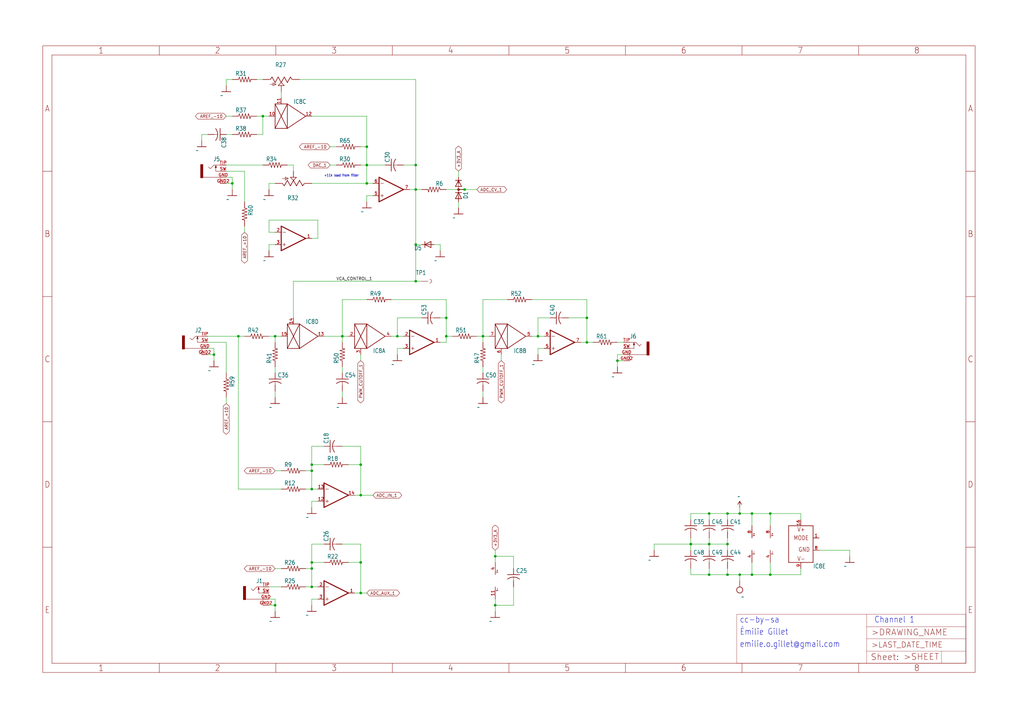
<source format=kicad_sch>
(kicad_sch (version 20211123) (generator eeschema)
  (paper "User" 425.45 299.161)
  (lib_symbols
    (symbol "streams_v05-eagle-import:A3L-LOC"
      (symbol "A3L-LOC_0_0"
        (text "1" (at 24.2094 1.905 0) (effects (font (size 2.54 2.286))))
        (text "1" (at 24.2094 258.445 0) (effects (font (size 2.54 2.286))))
        (text "2" (at 72.6281 1.905 0) (effects (font (size 2.54 2.286))))
        (text "2" (at 72.6281 258.445 0) (effects (font (size 2.54 2.286))))
        (text "3" (at 121.0469 1.905 0) (effects (font (size 2.54 2.286))))
        (text "3" (at 121.0469 258.445 0) (effects (font (size 2.54 2.286))))
        (text "4" (at 169.4656 1.905 0) (effects (font (size 2.54 2.286))))
        (text "4" (at 169.4656 258.445 0) (effects (font (size 2.54 2.286))))
        (text "5" (at 217.8844 1.905 0) (effects (font (size 2.54 2.286))))
        (text "5" (at 217.8844 258.445 0) (effects (font (size 2.54 2.286))))
        (text "6" (at 266.3031 1.905 0) (effects (font (size 2.54 2.286))))
        (text "6" (at 266.3031 258.445 0) (effects (font (size 2.54 2.286))))
        (text "7" (at 314.7219 1.905 0) (effects (font (size 2.54 2.286))))
        (text "7" (at 314.7219 258.445 0) (effects (font (size 2.54 2.286))))
        (text "8" (at 363.1406 1.905 0) (effects (font (size 2.54 2.286))))
        (text "8" (at 363.1406 258.445 0) (effects (font (size 2.54 2.286))))
        (text "A" (at 1.905 234.315 0) (effects (font (size 2.54 2.286))))
        (text "A" (at 385.445 234.315 0) (effects (font (size 2.54 2.286))))
        (text "B" (at 1.905 182.245 0) (effects (font (size 2.54 2.286))))
        (text "B" (at 385.445 182.245 0) (effects (font (size 2.54 2.286))))
        (text "C" (at 1.905 130.175 0) (effects (font (size 2.54 2.286))))
        (text "C" (at 385.445 130.175 0) (effects (font (size 2.54 2.286))))
        (text "D" (at 1.905 78.105 0) (effects (font (size 2.54 2.286))))
        (text "D" (at 385.445 78.105 0) (effects (font (size 2.54 2.286))))
        (text "E" (at 1.905 26.035 0) (effects (font (size 2.54 2.286))))
        (text "E" (at 385.445 26.035 0) (effects (font (size 2.54 2.286))))
      )
      (symbol "A3L-LOC_1_0"
        (text ">DRAWING_NAME" (at 344.17 15.24 0) (effects (font (size 2.54 2.54)) (justify left bottom)))
        (text ">LAST_DATE_TIME" (at 344.17 10.16 0) (effects (font (size 2.286 2.286)) (justify left bottom)))
        (text ">SHEET" (at 357.505 5.08 0) (effects (font (size 2.54 2.54)) (justify left bottom)))
        (text "Sheet:" (at 343.916 4.953 0) (effects (font (size 2.54 2.54)) (justify left bottom)))
      )
    )
    (symbol "streams_v05-eagle-import:C-USC0603"
      (property "Reference" "C" (at 1.016 0.635 0))
      (property "Value" "C-USC0603" (at 1.016 -4.191 0))
      (symbol "C-USC0603_1_0"
        (pin passive line (at 0 2.54 270) (length 2.54) (name "1") (number "1"))
        (pin passive line (at 0 -5.08 90) (length 2.54) (name "2") (number "2"))
      )
    )
    (symbol "streams_v05-eagle-import:DIODE-SOD323-W"
      (property "Reference" "D" (at 2.54 0.4826 0))
      (property "Value" "DIODE-SOD323-W" (at 2.54 -2.3114 0))
      (symbol "DIODE-SOD323-W_1_0"
        (pin passive line (at -2.54 0 0) (length 2.54) (name "A") (number "A"))
        (pin passive line (at 2.54 0 180) (length 2.54) (name "C") (number "C"))
      )
    )
    (symbol "streams_v05-eagle-import:DIODE_2CACA-SOT23"
      (property "Reference" "D" (at 0.762 2.0066 0))
      (property "Value" "DIODE_2CACA-SOT23" (at -4.826 -3.4544 0))
      (symbol "DIODE_2CACA-SOT23_1_0"
        (pin passive line (at 5.08 0 180) (length 2.54) (name "A") (number "1"))
        (pin passive line (at -5.08 0 0) (length 2.54) (name "C") (number "2"))
        (pin passive line (at 0 2.54 270) (length 2.54) (name "AC") (number "3"))
      )
    )
    (symbol "streams_v05-eagle-import:GND" (power)
      (property "Value" "GND" (at -2.54 -2.54 0))
      (symbol "GND_1_0"
        (pin power_in line (at 0 2.54 270) (length 2.54) (name "GND") (number "1"))
      )
    )
    (symbol "streams_v05-eagle-import:PJ301WQP"
      (property "Reference" "J" (at -2.54 4.064 0))
      (symbol "PJ301WQP_1_0"
        (pin passive line (at -5.08 -2.54 0) (length 2.54) (name "1") (number "GND"))
        (pin passive line (at -5.08 -5.08 0) (length 2.54) (name "4") (number "GND2"))
        (pin passive line (at -5.08 0 0) (length 2.54) (name "3") (number "SW"))
        (pin passive line (at -5.08 2.54 0) (length 2.54) (name "2") (number "TIP"))
      )
    )
    (symbol "streams_v05-eagle-import:POT_USVERTICAL"
      (property "Reference" "R" (at -5.08 -2.54 90))
      (property "Value" "POT_USVERTICAL" (at -2.54 -2.54 90))
      (symbol "POT_USVERTICAL_1_0"
        (pin passive line (at 0 7.62 270) (length 2.54) (name "E") (number "P$1"))
        (pin passive line (at 5.08 0 180) (length 2.54) (name "S") (number "P$2"))
        (pin passive line (at 0 -7.62 90) (length 2.54) (name "A") (number "P$3"))
      )
    )
    (symbol "streams_v05-eagle-import:POT_USVERTICAL_PS"
      (property "Reference" "R" (at -5.08 -2.54 90))
      (property "Value" "POT_USVERTICAL_PS" (at -2.54 -2.54 90))
      (symbol "POT_USVERTICAL_PS_1_0"
        (pin passive line (at 0 7.62 270) (length 2.54) (name "E") (number "P$1"))
        (pin passive line (at 5.08 0 180) (length 2.54) (name "S") (number "P$2"))
        (pin passive line (at 0 -7.62 90) (length 2.54) (name "A") (number "P$3"))
      )
    )
    (symbol "streams_v05-eagle-import:R-US_R0603"
      (property "Reference" "R" (at -3.81 1.4986 0))
      (property "Value" "R-US_R0603" (at -3.81 -3.302 0))
      (symbol "R-US_R0603_1_0"
        (pin passive line (at -5.08 0 0) (length 2.54) (name "1") (number "1"))
        (pin passive line (at 5.08 0 180) (length 2.54) (name "2") (number "2"))
      )
    )
    (symbol "streams_v05-eagle-import:SSM2164S"
      (property "Reference" "IC" (at 5.08 -12.7 0))
      (property "Value" "SSM2164S" (at 5.08 -15.24 0))
      (symbol "SSM2164S_1_0"
        (pin input line (at -5.08 0 0) (length 2.54) (name "IN") (number "2"))
        (pin input line (at 0 7.62 270) (length 2.54) (name "CTRL") (number "3"))
        (pin output line (at 12.7 0 180) (length 2.54) (name "OUT") (number "4"))
      )
      (symbol "SSM2164S_2_0"
        (pin output line (at 12.7 0 180) (length 2.54) (name "OUT") (number "5"))
        (pin input line (at 0 7.62 270) (length 2.54) (name "CTRL") (number "6"))
        (pin input line (at -5.08 0 0) (length 2.54) (name "IN") (number "7"))
      )
      (symbol "SSM2164S_3_0"
        (pin input line (at -5.08 0 0) (length 2.54) (name "IN") (number "10"))
        (pin input line (at 0 7.62 270) (length 2.54) (name "CTRL") (number "11"))
        (pin output line (at 12.7 0 180) (length 2.54) (name "OUT") (number "12"))
      )
      (symbol "SSM2164S_4_0"
        (pin output line (at 12.7 0 180) (length 2.54) (name "OUT") (number "13"))
        (pin input line (at 0 7.62 270) (length 2.54) (name "CTRL") (number "14"))
        (pin input line (at -5.08 0 0) (length 2.54) (name "IN") (number "15"))
      )
      (symbol "SSM2164S_5_0"
        (text "GND" (at -1.016 -5.842 0) (effects (font (size 1.778 1.5113)) (justify left bottom)))
        (text "MODE" (at -3.048 -1.016 0) (effects (font (size 1.778 1.5113)) (justify left bottom)))
        (text "V+" (at -1.524 2.54 0) (effects (font (size 1.778 1.5113)) (justify left bottom)))
        (text "V-" (at -1.524 -9.652 0) (effects (font (size 1.778 1.5113)) (justify left bottom)))
        (pin input line (at 7.62 0 180) (length 2.54) (name "MODE") (number "1"))
        (pin power_in line (at 0 7.62 270) (length 2.54) (name "V+") (number "16"))
        (pin power_in line (at 7.62 -5.08 180) (length 2.54) (name "GND") (number "8"))
        (pin power_in line (at 0 -12.7 90) (length 2.54) (name "V-") (number "9"))
      )
    )
    (symbol "streams_v05-eagle-import:TEST-POINT3X5"
      (property "Reference" "TP" (at -2.54 2.54 0))
      (property "Value" "TEST-POINT3X5" (at -2.54 -2.54 0))
      (symbol "TEST-POINT3X5_1_0"
        (pin bidirectional line (at 0 0 180) (length 0) (name "1") (number "P$1"))
      )
    )
    (symbol "streams_v05-eagle-import:TL072D"
      (symbol "TL072D_1_0"
        (pin output line (at 7.62 0 180) (length 2.54) (name "OUT") (number "1"))
        (pin input line (at -7.62 -2.54 0) (length 2.54) (name "-IN") (number "2"))
        (pin input line (at -7.62 2.54 0) (length 2.54) (name "+IN") (number "3"))
      )
      (symbol "TL072D_2_0"
        (pin input line (at -7.62 2.54 0) (length 2.54) (name "+IN") (number "5"))
        (pin input line (at -7.62 -2.54 0) (length 2.54) (name "-IN") (number "6"))
        (pin output line (at 7.62 0 180) (length 2.54) (name "OUT") (number "7"))
      )
      (symbol "TL072D_3_0"
        (text "V+" (at 1.27 3.175 900) (effects (font (size 0.8128 0.6908)) (justify left bottom)))
        (text "V-" (at 1.27 -4.445 900) (effects (font (size 0.8128 0.6908)) (justify left bottom)))
        (pin power_in line (at 0 -7.62 90) (length 5.08) (name "V-") (number "4"))
        (pin power_in line (at 0 7.62 270) (length 5.08) (name "V+") (number "8"))
      )
    )
    (symbol "streams_v05-eagle-import:TL074D"
      (symbol "TL074D_1_0"
        (pin output line (at 7.62 0 180) (length 2.54) (name "OUT") (number "1"))
        (pin input line (at -7.62 -2.54 0) (length 2.54) (name "-IN") (number "2"))
        (pin input line (at -7.62 2.54 0) (length 2.54) (name "+IN") (number "3"))
      )
      (symbol "TL074D_2_0"
        (pin input line (at -7.62 2.54 0) (length 2.54) (name "+IN") (number "5"))
        (pin input line (at -7.62 -2.54 0) (length 2.54) (name "-IN") (number "6"))
        (pin output line (at 7.62 0 180) (length 2.54) (name "OUT") (number "7"))
      )
      (symbol "TL074D_3_0"
        (pin input line (at -7.62 2.54 0) (length 2.54) (name "+IN") (number "10"))
        (pin output line (at 7.62 0 180) (length 2.54) (name "OUT") (number "8"))
        (pin input line (at -7.62 -2.54 0) (length 2.54) (name "-IN") (number "9"))
      )
      (symbol "TL074D_4_0"
        (pin input line (at -7.62 2.54 0) (length 2.54) (name "+IN") (number "12"))
        (pin input line (at -7.62 -2.54 0) (length 2.54) (name "-IN") (number "13"))
        (pin output line (at 7.62 0 180) (length 2.54) (name "OUT") (number "14"))
      )
      (symbol "TL074D_5_0"
        (text "V+" (at 1.27 3.175 900) (effects (font (size 0.8128 0.6908)) (justify left bottom)))
        (text "V-" (at 1.27 -4.445 900) (effects (font (size 0.8128 0.6908)) (justify left bottom)))
        (pin power_in line (at 0 -7.62 90) (length 5.08) (name "V-") (number "11"))
        (pin power_in line (at 0 7.62 270) (length 5.08) (name "V+") (number "4"))
      )
    )
    (symbol "streams_v05-eagle-import:VCC" (power)
      (property "Value" "VCC" (at -1.016 3.556 0))
      (symbol "VCC_1_0"
        (pin power_in line (at 0 0 90) (length 2.54) (name "VCC") (number "1"))
      )
    )
    (symbol "streams_v05-eagle-import:VEE" (power)
      (property "Value" "VEE" (at -1.905 3.175 0))
      (symbol "VEE_1_0"
        (pin power_in line (at 0 -2.54 90) (length 2.54) (name "VEE") (number "1"))
      )
    )
  )
  (junction (at 129.54 193.04))
  (junction (at 312.42 213.36))
  (junction (at 294.64 226.06))
  (junction (at 287.02 226.06))
  (junction (at 256.54 149.86))
  (junction (at 172.72 101.6))
  (junction (at 129.54 243.84))
  (junction (at 320.04 213.36))
  (junction (at 243.84 142.24))
  (junction (at 302.26 226.06))
  (junction (at 307.34 213.36))
  (junction (at 99.06 139.7))
  (junction (at 193.04 78.74))
  (junction (at 307.34 238.76))
  (junction (at 172.72 68.58))
  (junction (at 88.9 147.32))
  (junction (at 129.54 195.58))
  (junction (at 205.74 251.46))
  (junction (at 129.54 203.2))
  (junction (at 152.4 68.58))
  (junction (at 152.4 60.96))
  (junction (at 129.54 236.22))
  (junction (at 165.1 139.7))
  (junction (at 172.72 78.74))
  (junction (at 152.4 76.2))
  (junction (at 320.04 238.76))
  (junction (at 302.26 238.76))
  (junction (at 205.74 231.14))
  (junction (at 294.64 238.76))
  (junction (at 114.3 251.46))
  (junction (at 109.22 48.26))
  (junction (at 172.72 116.84))
  (junction (at 129.54 233.68))
  (junction (at 96.52 76.2))
  (junction (at 142.24 139.7))
  (junction (at 312.42 238.76))
  (junction (at 185.42 132.08))
  (junction (at 185.42 139.7))
  (junction (at 149.86 205.74))
  (junction (at 200.66 139.7))
  (junction (at 149.86 246.38))
  (junction (at 149.86 233.68))
  (junction (at 294.64 213.36))
  (junction (at 114.3 139.7))
  (junction (at 149.86 193.04))
  (junction (at 223.52 139.7))
  (junction (at 243.84 132.08))
  (junction (at 302.26 213.36))
  (wire (pts (xy 149.86 246.38) (xy 152.4 246.38)))
  (wire (pts (xy 165.1 139.7) (xy 165.1 132.08)))
  (wire (pts (xy 243.84 124.46) (xy 243.84 132.08)))
  (wire (pts (xy 129.54 203.2) (xy 132.08 203.2)))
  (wire (pts (xy 200.66 142.24) (xy 200.66 139.7)))
  (wire (pts (xy 93.98 73.66) (xy 96.52 73.66)))
  (wire (pts (xy 165.1 132.08) (xy 175.26 132.08)))
  (wire (pts (xy 129.54 48.26) (xy 152.4 48.26)))
  (wire (pts (xy 93.98 76.2) (xy 96.52 76.2)))
  (wire (pts (xy 152.4 81.28) (xy 152.4 83.82)))
  (wire (pts (xy 83.82 55.88) (xy 83.82 58.42)))
  (wire (pts (xy 256.54 142.24) (xy 259.08 142.24)))
  (wire (pts (xy 332.74 213.36) (xy 332.74 215.9)))
  (wire (pts (xy 88.9 144.78) (xy 88.9 147.32)))
  (wire (pts (xy 86.36 139.7) (xy 99.06 139.7)))
  (wire (pts (xy 149.86 226.06) (xy 149.86 233.68)))
  (wire (pts (xy 86.36 144.78) (xy 88.9 144.78)))
  (wire (pts (xy 307.34 241.3) (xy 307.34 238.76)))
  (wire (pts (xy 200.66 154.94) (xy 200.66 152.4)))
  (wire (pts (xy 241.3 142.24) (xy 243.84 142.24)))
  (wire (pts (xy 210.82 124.46) (xy 200.66 124.46)))
  (wire (pts (xy 96.52 76.2) (xy 96.52 78.74)))
  (wire (pts (xy 149.86 205.74) (xy 147.32 205.74)))
  (wire (pts (xy 256.54 149.86) (xy 256.54 152.4)))
  (wire (pts (xy 93.98 142.24) (xy 93.98 154.94)))
  (wire (pts (xy 172.72 101.6) (xy 175.26 101.6)))
  (wire (pts (xy 223.52 144.78) (xy 223.52 147.32)))
  (wire (pts (xy 149.86 233.68) (xy 149.86 246.38)))
  (wire (pts (xy 172.72 78.74) (xy 172.72 101.6)))
  (wire (pts (xy 111.76 248.92) (xy 114.3 248.92)))
  (wire (pts (xy 129.54 243.84) (xy 129.54 236.22)))
  (wire (pts (xy 302.26 236.22) (xy 302.26 238.76)))
  (wire (pts (xy 101.6 93.98) (xy 101.6 96.52)))
  (wire (pts (xy 111.76 101.6) (xy 111.76 104.14)))
  (wire (pts (xy 205.74 231.14) (xy 213.36 231.14)))
  (wire (pts (xy 129.54 243.84) (xy 132.08 243.84)))
  (wire (pts (xy 116.84 236.22) (xy 114.3 236.22)))
  (wire (pts (xy 154.94 81.28) (xy 152.4 81.28)))
  (wire (pts (xy 320.04 218.44) (xy 320.04 213.36)))
  (wire (pts (xy 185.42 142.24) (xy 182.88 142.24)))
  (wire (pts (xy 193.04 78.74) (xy 198.12 78.74)))
  (wire (pts (xy 287.02 226.06) (xy 271.78 226.06)))
  (wire (pts (xy 109.22 48.26) (xy 106.68 48.26)))
  (wire (pts (xy 205.74 254) (xy 205.74 251.46)))
  (wire (pts (xy 96.52 73.66) (xy 96.52 76.2)))
  (wire (pts (xy 167.64 144.78) (xy 165.1 144.78)))
  (wire (pts (xy 129.54 76.2) (xy 152.4 76.2)))
  (wire (pts (xy 312.42 233.68) (xy 312.42 238.76)))
  (wire (pts (xy 93.98 167.64) (xy 93.98 165.1)))
  (wire (pts (xy 243.84 142.24) (xy 246.38 142.24)))
  (wire (pts (xy 129.54 226.06) (xy 129.54 233.68)))
  (wire (pts (xy 259.08 149.86) (xy 256.54 149.86)))
  (wire (pts (xy 200.66 124.46) (xy 200.66 139.7)))
  (wire (pts (xy 220.98 139.7) (xy 223.52 139.7)))
  (wire (pts (xy 185.42 132.08) (xy 185.42 139.7)))
  (wire (pts (xy 332.74 236.22) (xy 332.74 238.76)))
  (wire (pts (xy 127 243.84) (xy 129.54 243.84)))
  (wire (pts (xy 129.54 185.42) (xy 129.54 193.04)))
  (wire (pts (xy 149.86 147.32) (xy 149.86 149.86)))
  (wire (pts (xy 256.54 147.32) (xy 256.54 149.86)))
  (wire (pts (xy 132.08 208.28) (xy 129.54 208.28)))
  (wire (pts (xy 109.22 68.58) (xy 93.98 68.58)))
  (wire (pts (xy 243.84 132.08) (xy 243.84 142.24)))
  (wire (pts (xy 142.24 226.06) (xy 149.86 226.06)))
  (wire (pts (xy 307.34 210.82) (xy 307.34 213.36)))
  (wire (pts (xy 307.34 238.76) (xy 312.42 238.76)))
  (wire (pts (xy 114.3 142.24) (xy 114.3 139.7)))
  (wire (pts (xy 220.98 124.46) (xy 243.84 124.46)))
  (wire (pts (xy 93.98 55.88) (xy 96.52 55.88)))
  (wire (pts (xy 86.36 147.32) (xy 88.9 147.32)))
  (wire (pts (xy 121.92 116.84) (xy 121.92 132.08)))
  (wire (pts (xy 205.74 233.68) (xy 205.74 231.14)))
  (wire (pts (xy 213.36 251.46) (xy 205.74 251.46)))
  (wire (pts (xy 142.24 154.94) (xy 142.24 152.4)))
  (wire (pts (xy 114.3 162.56) (xy 114.3 165.1)))
  (wire (pts (xy 111.76 101.6) (xy 114.3 101.6)))
  (wire (pts (xy 116.84 195.58) (xy 114.3 195.58)))
  (wire (pts (xy 106.68 55.88) (xy 109.22 55.88)))
  (wire (pts (xy 302.26 226.06) (xy 302.26 228.6)))
  (wire (pts (xy 152.4 76.2) (xy 152.4 68.58)))
  (wire (pts (xy 116.84 38.1) (xy 116.84 40.64)))
  (wire (pts (xy 86.36 55.88) (xy 83.82 55.88)))
  (wire (pts (xy 294.64 236.22) (xy 294.64 238.76)))
  (wire (pts (xy 187.96 139.7) (xy 185.42 139.7)))
  (wire (pts (xy 129.54 195.58) (xy 129.54 193.04)))
  (wire (pts (xy 134.62 226.06) (xy 129.54 226.06)))
  (wire (pts (xy 149.86 60.96) (xy 152.4 60.96)))
  (wire (pts (xy 101.6 71.12) (xy 101.6 83.82)))
  (wire (pts (xy 165.1 144.78) (xy 165.1 147.32)))
  (wire (pts (xy 129.54 193.04) (xy 134.62 193.04)))
  (wire (pts (xy 149.86 193.04) (xy 149.86 205.74)))
  (wire (pts (xy 152.4 68.58) (xy 160.02 68.58)))
  (wire (pts (xy 200.66 162.56) (xy 200.66 165.1)))
  (wire (pts (xy 294.64 238.76) (xy 302.26 238.76)))
  (wire (pts (xy 340.36 228.6) (xy 353.06 228.6)))
  (wire (pts (xy 152.4 68.58) (xy 149.86 68.58)))
  (wire (pts (xy 320.04 238.76) (xy 320.04 233.68)))
  (wire (pts (xy 190.5 83.82) (xy 190.5 86.36)))
  (wire (pts (xy 223.52 144.78) (xy 226.06 144.78)))
  (wire (pts (xy 165.1 139.7) (xy 167.64 139.7)))
  (wire (pts (xy 198.12 139.7) (xy 200.66 139.7)))
  (wire (pts (xy 172.72 78.74) (xy 175.26 78.74)))
  (wire (pts (xy 99.06 203.2) (xy 99.06 139.7)))
  (wire (pts (xy 144.78 233.68) (xy 149.86 233.68)))
  (wire (pts (xy 149.86 246.38) (xy 147.32 246.38)))
  (wire (pts (xy 170.18 78.74) (xy 172.72 78.74)))
  (wire (pts (xy 223.52 132.08) (xy 223.52 139.7)))
  (wire (pts (xy 312.42 213.36) (xy 320.04 213.36)))
  (wire (pts (xy 124.46 33.02) (xy 172.72 33.02)))
  (wire (pts (xy 152.4 48.26) (xy 152.4 60.96)))
  (wire (pts (xy 142.24 124.46) (xy 152.4 124.46)))
  (wire (pts (xy 88.9 147.32) (xy 88.9 149.86)))
  (wire (pts (xy 226.06 139.7) (xy 223.52 139.7)))
  (wire (pts (xy 149.86 185.42) (xy 149.86 193.04)))
  (wire (pts (xy 200.66 139.7) (xy 203.2 139.7)))
  (wire (pts (xy 312.42 218.44) (xy 312.42 213.36)))
  (wire (pts (xy 312.42 238.76) (xy 320.04 238.76)))
  (wire (pts (xy 307.34 213.36) (xy 312.42 213.36)))
  (wire (pts (xy 167.64 68.58) (xy 172.72 68.58)))
  (wire (pts (xy 114.3 248.92) (xy 114.3 251.46)))
  (wire (pts (xy 127 203.2) (xy 129.54 203.2)))
  (wire (pts (xy 294.64 213.36) (xy 302.26 213.36)))
  (wire (pts (xy 208.28 147.32) (xy 208.28 149.86)))
  (wire (pts (xy 111.76 96.52) (xy 114.3 96.52)))
  (wire (pts (xy 185.42 124.46) (xy 185.42 132.08)))
  (wire (pts (xy 129.54 236.22) (xy 129.54 233.68)))
  (wire (pts (xy 114.3 139.7) (xy 116.84 139.7)))
  (wire (pts (xy 332.74 238.76) (xy 320.04 238.76)))
  (wire (pts (xy 142.24 139.7) (xy 134.62 139.7)))
  (wire (pts (xy 142.24 139.7) (xy 144.78 139.7)))
  (wire (pts (xy 162.56 139.7) (xy 165.1 139.7)))
  (wire (pts (xy 139.7 60.96) (xy 137.16 60.96)))
  (wire (pts (xy 101.6 71.12) (xy 93.98 71.12)))
  (wire (pts (xy 111.76 91.44) (xy 111.76 96.52)))
  (wire (pts (xy 287.02 236.22) (xy 287.02 238.76)))
  (wire (pts (xy 294.64 223.52) (xy 294.64 226.06)))
  (wire (pts (xy 109.22 55.88) (xy 109.22 48.26)))
  (wire (pts (xy 302.26 226.06) (xy 294.64 226.06)))
  (wire (pts (xy 86.36 142.24) (xy 93.98 142.24)))
  (wire (pts (xy 111.76 243.84) (xy 116.84 243.84)))
  (wire (pts (xy 182.88 101.6) (xy 182.88 104.14)))
  (wire (pts (xy 287.02 213.36) (xy 294.64 213.36)))
  (wire (pts (xy 111.76 48.26) (xy 109.22 48.26)))
  (wire (pts (xy 302.26 238.76) (xy 307.34 238.76)))
  (wire (pts (xy 228.6 132.08) (xy 223.52 132.08)))
  (wire (pts (xy 127 236.22) (xy 129.54 236.22)))
  (wire (pts (xy 114.3 154.94) (xy 114.3 152.4)))
  (wire (pts (xy 96.52 33.02) (xy 93.98 33.02)))
  (wire (pts (xy 149.86 205.74) (xy 154.94 205.74)))
  (wire (pts (xy 213.36 231.14) (xy 213.36 236.22)))
  (wire (pts (xy 111.76 76.2) (xy 111.76 78.74)))
  (wire (pts (xy 106.68 33.02) (xy 109.22 33.02)))
  (wire (pts (xy 205.74 231.14) (xy 205.74 228.6)))
  (wire (pts (xy 182.88 132.08) (xy 185.42 132.08)))
  (wire (pts (xy 129.54 203.2) (xy 129.54 195.58)))
  (wire (pts (xy 111.76 91.44) (xy 132.08 91.44)))
  (wire (pts (xy 259.08 147.32) (xy 256.54 147.32)))
  (wire (pts (xy 205.74 248.92) (xy 205.74 251.46)))
  (wire (pts (xy 180.34 101.6) (xy 182.88 101.6)))
  (wire (pts (xy 213.36 243.84) (xy 213.36 251.46)))
  (wire (pts (xy 96.52 48.26) (xy 93.98 48.26)))
  (wire (pts (xy 142.24 142.24) (xy 142.24 139.7)))
  (wire (pts (xy 287.02 226.06) (xy 287.02 228.6)))
  (wire (pts (xy 119.38 68.58) (xy 121.92 68.58)))
  (wire (pts (xy 111.76 139.7) (xy 114.3 139.7)))
  (wire (pts (xy 132.08 91.44) (xy 132.08 99.06)))
  (wire (pts (xy 129.54 248.92) (xy 129.54 251.46)))
  (wire (pts (xy 302.26 215.9) (xy 302.26 213.36)))
  (wire (pts (xy 185.42 78.74) (xy 193.04 78.74)))
  (wire (pts (xy 134.62 185.42) (xy 129.54 185.42)))
  (wire (pts (xy 172.72 116.84) (xy 121.92 116.84)))
  (wire (pts (xy 144.78 193.04) (xy 149.86 193.04)))
  (wire (pts (xy 111.76 251.46) (xy 114.3 251.46)))
  (wire (pts (xy 294.64 226.06) (xy 294.64 228.6)))
  (wire (pts (xy 320.04 213.36) (xy 332.74 213.36)))
  (wire (pts (xy 129.54 208.28) (xy 129.54 210.82)))
  (wire (pts (xy 287.02 238.76) (xy 294.64 238.76)))
  (wire (pts (xy 185.42 139.7) (xy 185.42 142.24)))
  (wire (pts (xy 271.78 226.06) (xy 271.78 228.6)))
  (wire (pts (xy 139.7 68.58) (xy 137.16 68.58)))
  (wire (pts (xy 121.92 68.58) (xy 121.92 71.12)))
  (wire (pts (xy 114.3 76.2) (xy 111.76 76.2)))
  (wire (pts (xy 93.98 33.02) (xy 93.98 35.56)))
  (wire (pts (xy 190.5 73.66) (xy 190.5 71.12)))
  (wire (pts (xy 99.06 139.7) (xy 101.6 139.7)))
  (wire (pts (xy 132.08 248.92) (xy 129.54 248.92)))
  (wire (pts (xy 142.24 162.56) (xy 142.24 165.1)))
  (wire (pts (xy 353.06 228.6) (xy 353.06 231.14)))
  (wire (pts (xy 172.72 101.6) (xy 172.72 116.84)))
  (wire (pts (xy 154.94 76.2) (xy 152.4 76.2)))
  (wire (pts (xy 127 195.58) (xy 129.54 195.58)))
  (wire (pts (xy 294.64 226.06) (xy 287.02 226.06)))
  (wire (pts (xy 129.54 233.68) (xy 134.62 233.68)))
  (wire (pts (xy 116.84 203.2) (xy 99.06 203.2)))
  (wire (pts (xy 172.72 68.58) (xy 172.72 78.74)))
  (wire (pts (xy 142.24 139.7) (xy 142.24 124.46)))
  (wire (pts (xy 132.08 99.06) (xy 129.54 99.06)))
  (wire (pts (xy 287.02 215.9) (xy 287.02 213.36)))
  (wire (pts (xy 114.3 251.46) (xy 114.3 254)))
  (wire (pts (xy 162.56 124.46) (xy 185.42 124.46)))
  (wire (pts (xy 294.64 215.9) (xy 294.64 213.36)))
  (wire (pts (xy 287.02 223.52) (xy 287.02 226.06)))
  (wire (pts (xy 302.26 223.52) (xy 302.26 226.06)))
  (wire (pts (xy 236.22 132.08) (xy 243.84 132.08)))
  (wire (pts (xy 172.72 116.84) (xy 175.26 116.84)))
  (wire (pts (xy 172.72 33.02) (xy 172.72 68.58)))
  (wire (pts (xy 152.4 60.96) (xy 152.4 68.58)))
  (wire (pts (xy 302.26 213.36) (xy 307.34 213.36)))
  (wire (pts (xy 142.24 185.42) (xy 149.86 185.42)))
  (text "Émilie Gillet" (at 307.34 264.16 180) (effects (font (size 2.54 2.159)) (justify left bottom)))
  (text "cc-by-sa" (at 307.34 259.08 180) (effects (font (size 2.54 2.159)) (justify left bottom)))
  (text "+11k load from filter" (at 134.62 73.66 180) (effects (font (size 1.016 0.8636)) (justify left bottom)))
  (text "Channel 1" (at 363.22 259.08 180) (effects (font (size 2.54 2.159)) (justify left bottom)))
  (text "emilie.o.gillet@gmail.com" (at 307.34 269.24 180) (effects (font (size 2.54 2.159)) (justify left bottom)))
  (label "VCA_CONTROL_1" (at 139.7 116.84 0) (effects (font (size 1.2446 1.2446))))
  (global_label "DAC_1" (shape bidirectional) (at 137.16 68.58 180) (effects (font (size 1.2446 1.2446))) (property "Intersheet References" "${INTERSHEET_REFS}" (effects hide)))
  (global_label "AREF_-10" (shape bidirectional) (at 114.3 236.22 180) (effects (font (size 1.2446 1.2446))) (property "Intersheet References" "${INTERSHEET_REFS}" (effects hide)))
  (global_label "AREF_-10" (shape bidirectional) (at 137.16 60.96 180) (effects (font (size 1.2446 1.2446))) (property "Intersheet References" "${INTERSHEET_REFS}" (effects hide)))
  (global_label "AREF_-10" (shape bidirectional) (at 93.98 48.26 180) (effects (font (size 1.2446 1.2446))) (property "Intersheet References" "${INTERSHEET_REFS}" (effects hide)))
  (global_label "AREF_+10" (shape bidirectional) (at 93.98 167.64 270) (effects (font (size 1.2446 1.2446))) (property "Intersheet References" "${INTERSHEET_REFS}" (effects hide)))
  (global_label "+3V3_A" (shape bidirectional) (at 190.5 71.12 90) (effects (font (size 1.2446 1.2446))) (property "Intersheet References" "${INTERSHEET_REFS}" (effects hide)))
  (global_label "ADC_IN_1" (shape bidirectional) (at 154.94 205.74 0) (effects (font (size 1.2446 1.2446))) (property "Intersheet References" "${INTERSHEET_REFS}" (effects hide)))
  (global_label "PWM_CUTOFF_1" (shape bidirectional) (at 208.28 149.86 270) (effects (font (size 1.2446 1.2446))) (property "Intersheet References" "${INTERSHEET_REFS}" (effects hide)))
  (global_label "ADC_CV_1" (shape bidirectional) (at 198.12 78.74 0) (effects (font (size 1.2446 1.2446))) (property "Intersheet References" "${INTERSHEET_REFS}" (effects hide)))
  (global_label "AREF_-10" (shape bidirectional) (at 114.3 195.58 180) (effects (font (size 1.2446 1.2446))) (property "Intersheet References" "${INTERSHEET_REFS}" (effects hide)))
  (global_label "AREF_+10" (shape bidirectional) (at 101.6 96.52 270) (effects (font (size 1.2446 1.2446))) (property "Intersheet References" "${INTERSHEET_REFS}" (effects hide)))
  (global_label "+3V3_A" (shape bidirectional) (at 205.74 228.6 90) (effects (font (size 1.2446 1.2446))) (property "Intersheet References" "${INTERSHEET_REFS}" (effects hide)))
  (global_label "PWM_CUTOFF_1" (shape bidirectional) (at 149.86 149.86 270) (effects (font (size 1.2446 1.2446))) (property "Intersheet References" "${INTERSHEET_REFS}" (effects hide)))
  (global_label "ADC_AUX_1" (shape bidirectional) (at 152.4 246.38 0) (effects (font (size 1.2446 1.2446))) (property "Intersheet References" "${INTERSHEET_REFS}" (effects hide)))
  (symbol (lib_id "streams_v05-eagle-import:C-USC0603") (at 137.16 185.42 90) (unit 1)
    (property "Reference" "C18" (at 136.525 184.404 0) (effects (font (size 1.778 1.5113)) (justify left bottom)))
  )
  (symbol (lib_id "streams_v05-eagle-import:PJ301WQP") (at 264.16 144.78 0) (unit 1)
    (property "Reference" "J6" (at 261.62 140.716 0) (effects (font (size 1.778 1.5113)) (justify left bottom)))
  )
  (symbol (lib_id "streams_v05-eagle-import:TL072D") (at 162.56 78.74 0) (mirror x) (unit 2)
    (property "Reference" "IC5" (effects hide))
  )
  (symbol (lib_id "streams_v05-eagle-import:TL074D") (at 205.74 241.3 0) (unit 5)
    (property "Reference" "IC4" (effects hide))
  )
  (symbol (lib_id "streams_v05-eagle-import:C-USC0603") (at 142.24 157.48 0) (unit 1)
    (property "Reference" "C54" (at 143.256 156.845 0) (effects (font (size 1.778 1.5113)) (justify left bottom)))
  )
  (symbol (lib_id "streams_v05-eagle-import:R-US_R0603") (at 114.3 147.32 90) (unit 1)
    (property "Reference" "R41" (at 112.8014 151.13 0) (effects (font (size 1.778 1.5113)) (justify left bottom)))
  )
  (symbol (lib_id "streams_v05-eagle-import:TL072D") (at 312.42 226.06 0) (unit 3)
    (property "Reference" "IC5" (effects hide))
  )
  (symbol (lib_id "streams_v05-eagle-import:GND") (at 88.9 152.4 0) (unit 1)
    (property "Reference" "#GND25" (effects hide))
  )
  (symbol (lib_id "streams_v05-eagle-import:GND") (at 256.54 154.94 0) (unit 1)
    (property "Reference" "#GND29" (effects hide))
  )
  (symbol (lib_id "streams_v05-eagle-import:C-USC0603") (at 287.02 231.14 0) (unit 1)
    (property "Reference" "C48" (at 288.036 230.505 0) (effects (font (size 1.778 1.5113)) (justify left bottom)))
  )
  (symbol (lib_id "streams_v05-eagle-import:C-USC0603") (at 294.64 231.14 0) (unit 1)
    (property "Reference" "C49" (at 295.656 230.505 0) (effects (font (size 1.778 1.5113)) (justify left bottom)))
  )
  (symbol (lib_id "streams_v05-eagle-import:C-USC0603") (at 287.02 218.44 0) (unit 1)
    (property "Reference" "C35" (at 288.036 217.805 0) (effects (font (size 1.778 1.5113)) (justify left bottom)))
  )
  (symbol (lib_id "streams_v05-eagle-import:R-US_R0603") (at 101.6 48.26 0) (unit 1)
    (property "Reference" "R37" (at 97.79 46.7614 0) (effects (font (size 1.778 1.5113)) (justify left bottom)))
  )
  (symbol (lib_id "streams_v05-eagle-import:R-US_R0603") (at 142.24 147.32 90) (unit 1)
    (property "Reference" "R50" (at 140.7414 151.13 0) (effects (font (size 1.778 1.5113)) (justify left bottom)))
  )
  (symbol (lib_id "streams_v05-eagle-import:R-US_R0603") (at 180.34 78.74 0) (mirror y) (unit 1)
    (property "Reference" "R6" (at 184.15 77.2414 0) (effects (font (size 1.778 1.5113)) (justify left bottom)))
  )
  (symbol (lib_id "streams_v05-eagle-import:VCC") (at 307.34 210.82 0) (unit 1)
    (property "Reference" "#P+5" (effects hide))
  )
  (symbol (lib_id "streams_v05-eagle-import:POT_USVERTICAL_PS") (at 121.92 76.2 270) (mirror x) (unit 1)
    (property "Reference" "R32" (at 119.38 81.28 90) (effects (font (size 1.778 1.5113)) (justify left bottom)))
  )
  (symbol (lib_id "streams_v05-eagle-import:GND") (at 96.52 81.28 0) (unit 1)
    (property "Reference" "#GND10" (effects hide))
  )
  (symbol (lib_id "streams_v05-eagle-import:SSM2164S") (at 149.86 139.7 0) (mirror x) (unit 1)
    (property "Reference" "IC8" (at 154.94 144.78 0) (effects (font (size 1.778 1.5113)) (justify left bottom)))
  )
  (symbol (lib_id "streams_v05-eagle-import:GND") (at 129.54 254 0) (unit 1)
    (property "Reference" "#GND39" (effects hide))
  )
  (symbol (lib_id "streams_v05-eagle-import:GND") (at 114.3 256.54 0) (unit 1)
    (property "Reference" "#GND48" (effects hide))
  )
  (symbol (lib_id "streams_v05-eagle-import:TEST-POINT3X5") (at 175.26 116.84 0) (unit 1)
    (property "Reference" "TP1" (at 172.72 114.3 0) (effects (font (size 1.778 1.5113)) (justify left bottom)))
  )
  (symbol (lib_id "streams_v05-eagle-import:GND") (at 165.1 149.86 0) (unit 1)
    (property "Reference" "#GND66" (effects hide))
  )
  (symbol (lib_id "streams_v05-eagle-import:R-US_R0603") (at 139.7 193.04 0) (unit 1)
    (property "Reference" "R18" (at 135.89 191.5414 0) (effects (font (size 1.778 1.5113)) (justify left bottom)))
  )
  (symbol (lib_id "streams_v05-eagle-import:GND") (at 142.24 167.64 0) (unit 1)
    (property "Reference" "#GND68" (effects hide))
  )
  (symbol (lib_id "streams_v05-eagle-import:R-US_R0603") (at 121.92 236.22 0) (unit 1)
    (property "Reference" "R26" (at 118.11 234.7214 0) (effects (font (size 1.778 1.5113)) (justify left bottom)))
  )
  (symbol (lib_id "streams_v05-eagle-import:DIODE-SOD323-W") (at 177.8 101.6 180) (unit 1)
    (property "Reference" "D5" (at 175.26 102.0826 0) (effects (font (size 1.778 1.5113)) (justify left bottom)))
  )
  (symbol (lib_id "streams_v05-eagle-import:POT_USVERTICAL") (at 116.84 33.02 270) (unit 1)
    (property "Reference" "R27" (at 114.3 27.94 90) (effects (font (size 1.778 1.5113)) (justify left bottom)))
  )
  (symbol (lib_id "streams_v05-eagle-import:C-USC0603") (at 137.16 226.06 90) (unit 1)
    (property "Reference" "C26" (at 136.525 225.044 0) (effects (font (size 1.778 1.5113)) (justify left bottom)))
  )
  (symbol (lib_id "streams_v05-eagle-import:R-US_R0603") (at 200.66 147.32 90) (unit 1)
    (property "Reference" "R47" (at 199.1614 151.13 0) (effects (font (size 1.778 1.5113)) (justify left bottom)))
  )
  (symbol (lib_id "streams_v05-eagle-import:C-USC0603") (at 162.56 68.58 90) (unit 1)
    (property "Reference" "C30" (at 161.925 67.564 0) (effects (font (size 1.778 1.5113)) (justify left bottom)))
  )
  (symbol (lib_id "streams_v05-eagle-import:TL074D") (at 139.7 205.74 0) (mirror x) (unit 4)
    (property "Reference" "IC4" (effects hide))
  )
  (symbol (lib_id "streams_v05-eagle-import:PJ301WQP") (at 88.9 71.12 0) (mirror y) (unit 1)
    (property "Reference" "J5" (at 91.44 67.056 0) (effects (font (size 1.778 1.5113)) (justify left bottom)))
  )
  (symbol (lib_id "streams_v05-eagle-import:R-US_R0603") (at 101.6 55.88 0) (unit 1)
    (property "Reference" "R38" (at 97.79 54.3814 0) (effects (font (size 1.778 1.5113)) (justify left bottom)))
  )
  (symbol (lib_id "streams_v05-eagle-import:R-US_R0603") (at 106.68 139.7 0) (unit 1)
    (property "Reference" "R42" (at 102.87 138.2014 0) (effects (font (size 1.778 1.5113)) (justify left bottom)))
  )
  (symbol (lib_id "streams_v05-eagle-import:R-US_R0603") (at 215.9 124.46 0) (unit 1)
    (property "Reference" "R52" (at 212.09 122.9614 0) (effects (font (size 1.778 1.5113)) (justify left bottom)))
  )
  (symbol (lib_id "streams_v05-eagle-import:R-US_R0603") (at 144.78 60.96 0) (unit 1)
    (property "Reference" "R65" (at 140.97 59.4614 0) (effects (font (size 1.778 1.5113)) (justify left bottom)))
  )
  (symbol (lib_id "streams_v05-eagle-import:A3L-LOC") (at 17.78 279.4 0) (unit 1)
    (property "Reference" "#FRAME3" (effects hide))
  )
  (symbol (lib_id "streams_v05-eagle-import:SSM2164S") (at 208.28 139.7 0) (mirror x) (unit 2)
    (property "Reference" "IC8" (at 213.36 144.78 0) (effects (font (size 1.778 1.5113)) (justify left bottom)))
  )
  (symbol (lib_id "streams_v05-eagle-import:C-USC0603") (at 177.8 132.08 90) (unit 1)
    (property "Reference" "C53" (at 177.165 131.064 0) (effects (font (size 1.778 1.5113)) (justify left bottom)))
  )
  (symbol (lib_id "streams_v05-eagle-import:R-US_R0603") (at 121.92 243.84 0) (unit 1)
    (property "Reference" "R25" (at 118.11 242.3414 0) (effects (font (size 1.778 1.5113)) (justify left bottom)))
  )
  (symbol (lib_id "streams_v05-eagle-import:GND") (at 114.3 167.64 0) (unit 1)
    (property "Reference" "#GND3" (effects hide))
  )
  (symbol (lib_id "streams_v05-eagle-import:GND") (at 190.5 88.9 0) (unit 1)
    (property "Reference" "#GND46" (effects hide))
  )
  (symbol (lib_id "streams_v05-eagle-import:GND") (at 129.54 213.36 0) (unit 1)
    (property "Reference" "#GND45" (effects hide))
  )
  (symbol (lib_id "streams_v05-eagle-import:TL072D") (at 320.04 226.06 0) (unit 3)
    (property "Reference" "IC7" (effects hide))
  )
  (symbol (lib_id "streams_v05-eagle-import:PJ301WQP") (at 81.28 142.24 0) (mirror y) (unit 1)
    (property "Reference" "J2" (at 83.82 138.176 0) (effects (font (size 1.778 1.5113)) (justify left bottom)))
  )
  (symbol (lib_id "streams_v05-eagle-import:GND") (at 111.76 106.68 0) (unit 1)
    (property "Reference" "#GND9" (effects hide))
  )
  (symbol (lib_id "streams_v05-eagle-import:R-US_R0603") (at 157.48 124.46 0) (unit 1)
    (property "Reference" "R49" (at 153.67 122.9614 0) (effects (font (size 1.778 1.5113)) (justify left bottom)))
  )
  (symbol (lib_id "streams_v05-eagle-import:R-US_R0603") (at 139.7 233.68 0) (unit 1)
    (property "Reference" "R22" (at 135.89 232.1814 0) (effects (font (size 1.778 1.5113)) (justify left bottom)))
  )
  (symbol (lib_id "streams_v05-eagle-import:C-USC0603") (at 231.14 132.08 90) (unit 1)
    (property "Reference" "C40" (at 230.505 131.064 0) (effects (font (size 1.778 1.5113)) (justify left bottom)))
  )
  (symbol (lib_id "streams_v05-eagle-import:C-USC0603") (at 213.36 238.76 0) (unit 1)
    (property "Reference" "C25" (at 214.376 238.125 0) (effects (font (size 1.778 1.5113)) (justify left bottom)))
  )
  (symbol (lib_id "streams_v05-eagle-import:PJ301WQP") (at 106.68 246.38 0) (mirror y) (unit 1)
    (property "Reference" "J1" (at 109.22 242.316 0) (effects (font (size 1.778 1.5113)) (justify left bottom)))
  )
  (symbol (lib_id "streams_v05-eagle-import:C-USC0603") (at 294.64 218.44 0) (unit 1)
    (property "Reference" "C46" (at 295.656 217.805 0) (effects (font (size 1.778 1.5113)) (justify left bottom)))
  )
  (symbol (lib_id "streams_v05-eagle-import:GND") (at 271.78 231.14 0) (unit 1)
    (property "Reference" "#GND73" (effects hide))
  )
  (symbol (lib_id "streams_v05-eagle-import:GND") (at 83.82 60.96 0) (unit 1)
    (property "Reference" "#GND8" (effects hide))
  )
  (symbol (lib_id "streams_v05-eagle-import:GND") (at 152.4 86.36 0) (unit 1)
    (property "Reference" "#GND5" (effects hide))
  )
  (symbol (lib_id "streams_v05-eagle-import:C-USC0603") (at 114.3 157.48 0) (unit 1)
    (property "Reference" "C36" (at 115.316 156.845 0) (effects (font (size 1.778 1.5113)) (justify left bottom)))
  )
  (symbol (lib_id "streams_v05-eagle-import:GND") (at 200.66 167.64 0) (unit 1)
    (property "Reference" "#GND70" (effects hide))
  )
  (symbol (lib_id "streams_v05-eagle-import:GND") (at 111.76 81.28 0) (unit 1)
    (property "Reference" "#GND41" (effects hide))
  )
  (symbol (lib_id "streams_v05-eagle-import:R-US_R0603") (at 121.92 203.2 0) (unit 1)
    (property "Reference" "R12" (at 118.11 201.7014 0) (effects (font (size 1.778 1.5113)) (justify left bottom)))
  )
  (symbol (lib_id "streams_v05-eagle-import:TL074D") (at 139.7 246.38 0) (mirror x) (unit 1)
    (property "Reference" "IC4" (effects hide))
  )
  (symbol (lib_id "streams_v05-eagle-import:GND") (at 223.52 149.86 0) (unit 1)
    (property "Reference" "#GND28" (effects hide))
  )
  (symbol (lib_id "streams_v05-eagle-import:R-US_R0603") (at 101.6 88.9 270) (unit 1)
    (property "Reference" "R60" (at 103.0986 85.09 0) (effects (font (size 1.778 1.5113)) (justify left bottom)))
  )
  (symbol (lib_id "streams_v05-eagle-import:C-USC0603") (at 200.66 157.48 0) (unit 1)
    (property "Reference" "C50" (at 201.676 156.845 0) (effects (font (size 1.778 1.5113)) (justify left bottom)))
  )
  (symbol (lib_id "streams_v05-eagle-import:DIODE_2CACA-SOT23") (at 190.5 78.74 270) (unit 1)
    (property "Reference" "D1" (at 192.5066 79.502 0) (effects (font (size 1.778 1.5113)) (justify left bottom)))
  )
  (symbol (lib_id "streams_v05-eagle-import:R-US_R0603") (at 101.6 33.02 0) (unit 1)
    (property "Reference" "R31" (at 97.79 31.5214 0) (effects (font (size 1.778 1.5113)) (justify left bottom)))
  )
  (symbol (lib_id "streams_v05-eagle-import:R-US_R0603") (at 251.46 142.24 0) (unit 1)
    (property "Reference" "R61" (at 247.65 140.7414 0) (effects (font (size 1.778 1.5113)) (justify left bottom)))
  )
  (symbol (lib_id "streams_v05-eagle-import:SSM2164S") (at 116.84 48.26 0) (unit 3)
    (property "Reference" "IC8" (at 121.92 43.18 0) (effects (font (size 1.778 1.5113)) (justify left bottom)))
  )
  (symbol (lib_id "streams_v05-eagle-import:GND") (at 182.88 106.68 0) (unit 1)
    (property "Reference" "#GND14" (effects hide))
  )
  (symbol (lib_id "streams_v05-eagle-import:GND") (at 205.74 256.54 0) (unit 1)
    (property "Reference" "#GND59" (effects hide))
  )
  (symbol (lib_id "streams_v05-eagle-import:TL072D") (at 121.92 99.06 0) (mirror x) (unit 1)
    (property "Reference" "IC5" (effects hide))
  )
  (symbol (lib_id "streams_v05-eagle-import:SSM2164S") (at 332.74 223.52 0) (unit 5)
    (property "Reference" "IC8" (at 337.82 236.22 0) (effects (font (size 1.778 1.5113)) (justify left bottom)))
  )
  (symbol (lib_id "streams_v05-eagle-import:C-USC0603") (at 302.26 218.44 0) (unit 1)
    (property "Reference" "C41" (at 303.276 217.805 0) (effects (font (size 1.778 1.5113)) (justify left bottom)))
  )
  (symbol (lib_id "streams_v05-eagle-import:R-US_R0603") (at 93.98 160.02 270) (unit 1)
    (property "Reference" "R59" (at 95.4786 156.21 0) (effects (font (size 1.778 1.5113)) (justify left bottom)))
  )
  (symbol (lib_id "streams_v05-eagle-import:R-US_R0603") (at 114.3 68.58 0) (unit 1)
    (property "Reference" "R34" (at 110.49 67.0814 0) (effects (font (size 1.778 1.5113)) (justify left bottom)))
  )
  (symbol (lib_id "streams_v05-eagle-import:TL072D") (at 233.68 142.24 0) (mirror x) (unit 2)
    (property "Reference" "IC7" (effects hide))
  )
  (symbol (lib_id "streams_v05-eagle-import:R-US_R0603") (at 121.92 195.58 0) (unit 1)
    (property "Reference" "R9" (at 118.11 194.0814 0) (effects (font (size 1.778 1.5113)) (justify left bottom)))
  )
  (symbol (lib_id "streams_v05-eagle-import:R-US_R0603") (at 144.78 68.58 0) (unit 1)
    (property "Reference" "R30" (at 140.97 67.0814 0) (effects (font (size 1.778 1.5113)) (justify left bottom)))
  )
  (symbol (lib_id "streams_v05-eagle-import:C-USC0603") (at 91.44 55.88 270) (unit 1)
    (property "Reference" "C38" (at 92.075 56.896 0) (effects (font (size 1.778 1.5113)) (justify left bottom)))
  )
  (symbol (lib_id "streams_v05-eagle-import:TL072D") (at 175.26 142.24 0) (mirror x) (unit 1)
    (property "Reference" "IC7" (effects hide))
  )
  (symbol (lib_id "streams_v05-eagle-import:R-US_R0603") (at 193.04 139.7 0) (unit 1)
    (property "Reference" "R51" (at 189.23 138.2014 0) (effects (font (size 1.778 1.5113)) (justify left bottom)))
  )
  (symbol (lib_id "streams_v05-eagle-import:VEE") (at 307.34 243.84 180) (unit 1)
    (property "Reference" "#SUPPLY4" (effects hide))
  )
  (symbol (lib_id "streams_v05-eagle-import:GND") (at 93.98 38.1 0) (unit 1)
    (property "Reference" "#GND7" (effects hide))
  )
  (symbol (lib_id "streams_v05-eagle-import:SSM2164S") (at 121.92 139.7 0) (unit 4)
    (property "Reference" "IC8" (at 127 134.62 0) (effects (font (size 1.778 1.5113)) (justify left bottom)))
  )
  (symbol (lib_id "streams_v05-eagle-import:C-USC0603") (at 302.26 231.14 0) (unit 1)
    (property "Reference" "C44" (at 303.276 230.505 0) (effects (font (size 1.778 1.5113)) (justify left bottom)))
  )
  (symbol (lib_id "streams_v05-eagle-import:GND") (at 353.06 233.68 0) (unit 1)
    (property "Reference" "#GND72" (effects hide))
  )
)
</source>
